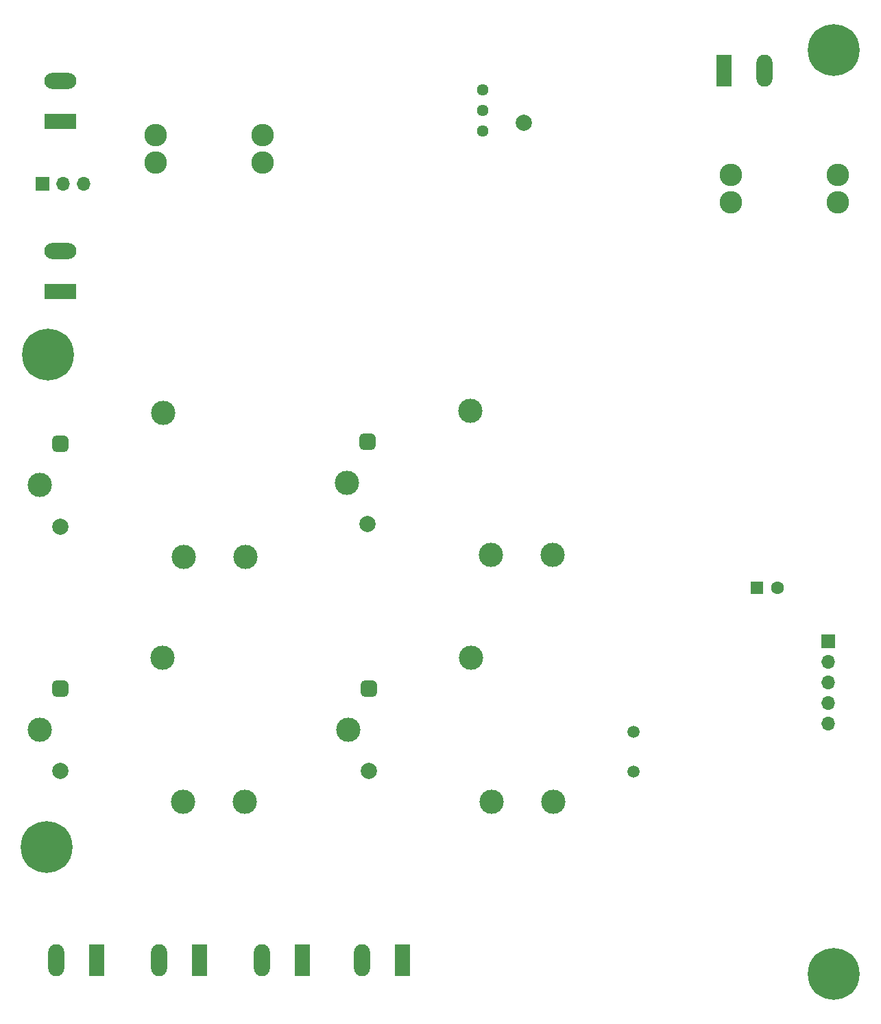
<source format=gbs>
G04 #@! TF.GenerationSoftware,KiCad,Pcbnew,8.0.5*
G04 #@! TF.CreationDate,2024-12-11T17:18:15+01:00*
G04 #@! TF.ProjectId,12VSupport,31325653-7570-4706-9f72-742e6b696361,1.0*
G04 #@! TF.SameCoordinates,Original*
G04 #@! TF.FileFunction,Soldermask,Bot*
G04 #@! TF.FilePolarity,Negative*
%FSLAX46Y46*%
G04 Gerber Fmt 4.6, Leading zero omitted, Abs format (unit mm)*
G04 Created by KiCad (PCBNEW 8.0.5) date 2024-12-11 17:18:15*
%MOMM*%
%LPD*%
G01*
G04 APERTURE LIST*
G04 Aperture macros list*
%AMRoundRect*
0 Rectangle with rounded corners*
0 $1 Rounding radius*
0 $2 $3 $4 $5 $6 $7 $8 $9 X,Y pos of 4 corners*
0 Add a 4 corners polygon primitive as box body*
4,1,4,$2,$3,$4,$5,$6,$7,$8,$9,$2,$3,0*
0 Add four circle primitives for the rounded corners*
1,1,$1+$1,$2,$3*
1,1,$1+$1,$4,$5*
1,1,$1+$1,$6,$7*
1,1,$1+$1,$8,$9*
0 Add four rect primitives between the rounded corners*
20,1,$1+$1,$2,$3,$4,$5,0*
20,1,$1+$1,$4,$5,$6,$7,0*
20,1,$1+$1,$6,$7,$8,$9,0*
20,1,$1+$1,$8,$9,$2,$3,0*%
G04 Aperture macros list end*
%ADD10C,0.800000*%
%ADD11C,6.400000*%
%ADD12R,1.980000X3.960000*%
%ADD13O,1.980000X3.960000*%
%ADD14C,3.000000*%
%ADD15RoundRect,0.500000X0.500000X0.500000X-0.500000X0.500000X-0.500000X-0.500000X0.500000X-0.500000X0*%
%ADD16C,2.000000*%
%ADD17C,2.780000*%
%ADD18R,1.700000X1.700000*%
%ADD19O,1.700000X1.700000*%
%ADD20R,3.960000X1.980000*%
%ADD21O,3.960000X1.980000*%
%ADD22C,1.500000*%
%ADD23C,1.440000*%
%ADD24R,1.600000X1.600000*%
%ADD25C,1.600000*%
G04 APERTURE END LIST*
D10*
X44336000Y-144780000D03*
X45038944Y-143082944D03*
X45038944Y-146477056D03*
X46736000Y-142380000D03*
D11*
X46736000Y-144780000D03*
D10*
X46736000Y-147180000D03*
X48433056Y-143082944D03*
X48433056Y-146477056D03*
X49136000Y-144780000D03*
D12*
X78283000Y-158750000D03*
D13*
X73283000Y-158750000D03*
D12*
X130331000Y-48895000D03*
D13*
X135331000Y-48895000D03*
D14*
X83945000Y-130310000D03*
X99145000Y-121410000D03*
X109285000Y-139210000D03*
X101685000Y-139210000D03*
D15*
X86485000Y-125210000D03*
D16*
X86485000Y-135410000D03*
D17*
X131185000Y-61793000D03*
X131185000Y-65193000D03*
X144393000Y-61793000D03*
X144393000Y-65193000D03*
D10*
X141537056Y-46401056D03*
X142240000Y-44704000D03*
X142240000Y-48098112D03*
X143937056Y-44001056D03*
D11*
X143937056Y-46401056D03*
D10*
X143937056Y-48801056D03*
X145634112Y-44704000D03*
X145634112Y-48098112D03*
X146337056Y-46401056D03*
D18*
X143256000Y-119385000D03*
D19*
X143256000Y-121925000D03*
X143256000Y-124465000D03*
X143256000Y-127005000D03*
X143256000Y-129545000D03*
D14*
X45845000Y-130310000D03*
X61045000Y-121410000D03*
X71185000Y-139210000D03*
X63585000Y-139210000D03*
D15*
X48385000Y-125210000D03*
D16*
X48385000Y-135410000D03*
D12*
X90678000Y-158750000D03*
D13*
X85678000Y-158750000D03*
D20*
X48410500Y-55165000D03*
D21*
X48410500Y-50165000D03*
D12*
X65583000Y-158750000D03*
D13*
X60583000Y-158750000D03*
D22*
X119175000Y-130519000D03*
X119175000Y-135419000D03*
D10*
X44463000Y-83947000D03*
X45165944Y-82249944D03*
X45165944Y-85644056D03*
X46863000Y-81547000D03*
D11*
X46863000Y-83947000D03*
D10*
X46863000Y-86347000D03*
X48560056Y-82249944D03*
X48560056Y-85644056D03*
X49263000Y-83947000D03*
D23*
X100584000Y-51308000D03*
X100584000Y-53848000D03*
X100584000Y-56388000D03*
D16*
X105664000Y-55372000D03*
D14*
X83818000Y-99830000D03*
X99018000Y-90930000D03*
X109158000Y-108730000D03*
X101558000Y-108730000D03*
D15*
X86358000Y-94730000D03*
D16*
X86358000Y-104930000D03*
D24*
X134453621Y-112776000D03*
D25*
X136953621Y-112776000D03*
D12*
X52883000Y-158750000D03*
D13*
X47883000Y-158750000D03*
D14*
X45887000Y-100086000D03*
X61087000Y-91186000D03*
X71227000Y-108986000D03*
X63627000Y-108986000D03*
D15*
X48427000Y-94986000D03*
D16*
X48427000Y-105186000D03*
D17*
X60198000Y-56896000D03*
X60198000Y-60296000D03*
X73406000Y-56896000D03*
X73406000Y-60296000D03*
D20*
X48410500Y-76200000D03*
D21*
X48410500Y-71200000D03*
D18*
X46228000Y-62865000D03*
D19*
X48768000Y-62865000D03*
X51308000Y-62865000D03*
D10*
X141491000Y-160401000D03*
X142193944Y-158703944D03*
X142193944Y-162098056D03*
X143891000Y-158001000D03*
D11*
X143891000Y-160401000D03*
D10*
X143891000Y-162801000D03*
X145588056Y-158703944D03*
X145588056Y-162098056D03*
X146291000Y-160401000D03*
M02*

</source>
